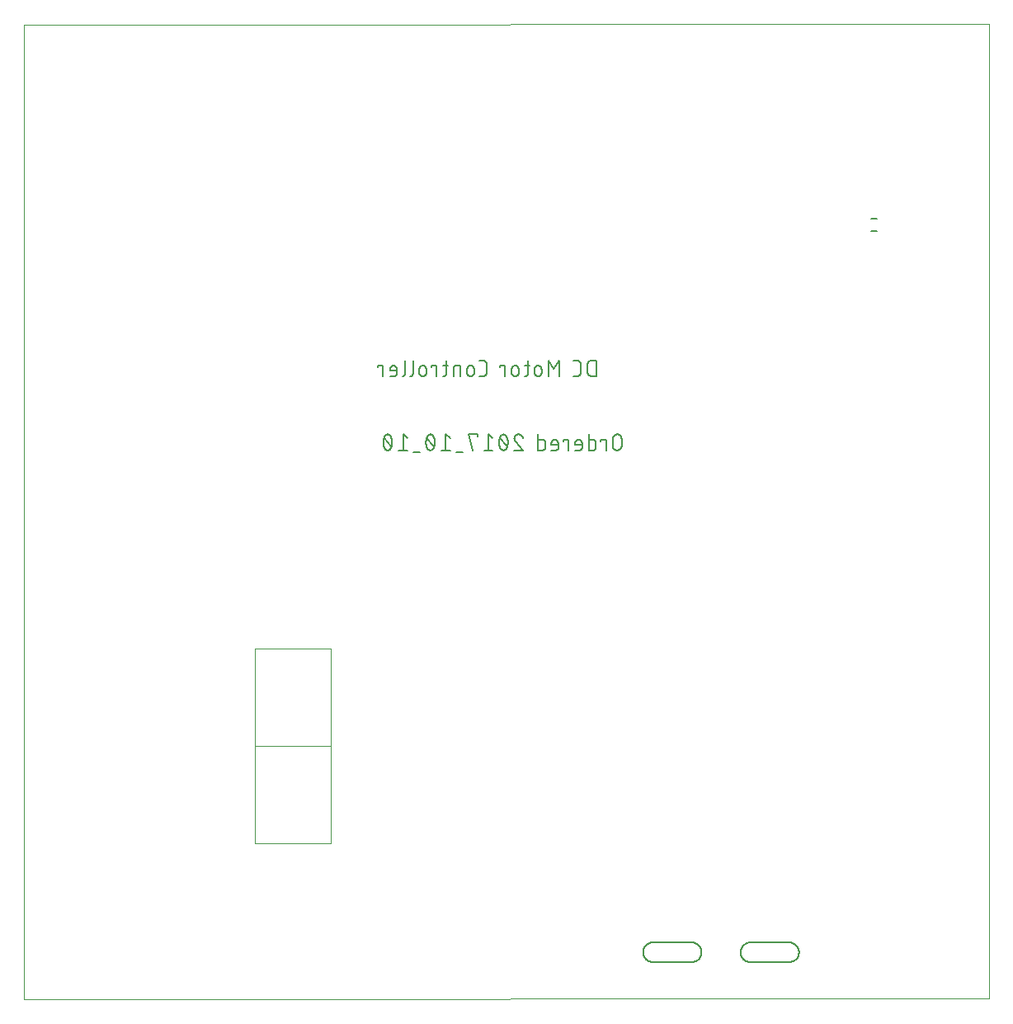
<source format=gbo>
G75*
%MOIN*%
%OFA0B0*%
%FSLAX25Y25*%
%IPPOS*%
%LPD*%
%AMOC8*
5,1,8,0,0,1.08239X$1,22.5*
%
%ADD10C,0.00000*%
%ADD11C,0.00600*%
%ADD12C,0.00039*%
%ADD13C,0.00500*%
D10*
X0009174Y0009174D02*
X0009174Y0402875D01*
X0398938Y0403269D01*
X0398938Y0009568D01*
X0009174Y0009174D01*
D11*
X0156108Y0231127D02*
X0156179Y0231129D01*
X0156250Y0231135D01*
X0156320Y0231144D01*
X0156390Y0231158D01*
X0156459Y0231175D01*
X0156526Y0231195D01*
X0156593Y0231220D01*
X0156658Y0231248D01*
X0156722Y0231279D01*
X0156784Y0231314D01*
X0156844Y0231352D01*
X0156902Y0231393D01*
X0156957Y0231437D01*
X0157010Y0231485D01*
X0157060Y0231535D01*
X0157108Y0231587D01*
X0157153Y0231642D01*
X0157194Y0231700D01*
X0157233Y0231760D01*
X0157268Y0231821D01*
X0157300Y0231885D01*
X0157328Y0231950D01*
X0157353Y0232016D01*
X0157530Y0232550D02*
X0154686Y0236105D01*
X0154863Y0236639D02*
X0154888Y0236705D01*
X0154916Y0236770D01*
X0154948Y0236834D01*
X0154983Y0236895D01*
X0155022Y0236955D01*
X0155063Y0237013D01*
X0155108Y0237068D01*
X0155156Y0237120D01*
X0155206Y0237170D01*
X0155259Y0237218D01*
X0155315Y0237262D01*
X0155372Y0237303D01*
X0155432Y0237341D01*
X0155494Y0237376D01*
X0155558Y0237407D01*
X0155623Y0237435D01*
X0155690Y0237460D01*
X0155757Y0237480D01*
X0155826Y0237497D01*
X0155896Y0237511D01*
X0155966Y0237520D01*
X0156037Y0237526D01*
X0156108Y0237528D01*
X0156179Y0237526D01*
X0156250Y0237520D01*
X0156320Y0237511D01*
X0156390Y0237497D01*
X0156459Y0237480D01*
X0156526Y0237460D01*
X0156593Y0237435D01*
X0156658Y0237407D01*
X0156722Y0237376D01*
X0156784Y0237341D01*
X0156844Y0237303D01*
X0156902Y0237262D01*
X0156957Y0237218D01*
X0157010Y0237170D01*
X0157060Y0237120D01*
X0157108Y0237068D01*
X0157153Y0237013D01*
X0157194Y0236955D01*
X0157233Y0236895D01*
X0157268Y0236834D01*
X0157300Y0236770D01*
X0157328Y0236705D01*
X0157353Y0236639D01*
X0154863Y0236639D02*
X0154803Y0236512D01*
X0154747Y0236383D01*
X0154694Y0236253D01*
X0154644Y0236121D01*
X0154598Y0235988D01*
X0154556Y0235854D01*
X0154517Y0235719D01*
X0154481Y0235582D01*
X0154450Y0235445D01*
X0154422Y0235307D01*
X0154397Y0235169D01*
X0154377Y0235030D01*
X0154360Y0234890D01*
X0154347Y0234750D01*
X0154338Y0234609D01*
X0154332Y0234469D01*
X0154330Y0234328D01*
X0157886Y0234328D02*
X0157884Y0234469D01*
X0157878Y0234609D01*
X0157869Y0234750D01*
X0157856Y0234890D01*
X0157839Y0235030D01*
X0157819Y0235169D01*
X0157794Y0235307D01*
X0157766Y0235445D01*
X0157735Y0235582D01*
X0157699Y0235719D01*
X0157660Y0235854D01*
X0157618Y0235988D01*
X0157572Y0236121D01*
X0157522Y0236253D01*
X0157469Y0236383D01*
X0157413Y0236512D01*
X0157353Y0236639D01*
X0154330Y0234328D02*
X0154332Y0234187D01*
X0154338Y0234047D01*
X0154347Y0233906D01*
X0154360Y0233766D01*
X0154377Y0233626D01*
X0154397Y0233487D01*
X0154422Y0233349D01*
X0154450Y0233211D01*
X0154481Y0233074D01*
X0154517Y0232937D01*
X0154556Y0232802D01*
X0154598Y0232668D01*
X0154644Y0232535D01*
X0154694Y0232403D01*
X0154747Y0232273D01*
X0154803Y0232144D01*
X0154863Y0232017D01*
X0154863Y0232016D02*
X0154888Y0231950D01*
X0154916Y0231885D01*
X0154948Y0231821D01*
X0154983Y0231760D01*
X0155022Y0231700D01*
X0155063Y0231642D01*
X0155108Y0231587D01*
X0155156Y0231535D01*
X0155206Y0231485D01*
X0155259Y0231437D01*
X0155315Y0231393D01*
X0155372Y0231352D01*
X0155432Y0231314D01*
X0155494Y0231279D01*
X0155558Y0231248D01*
X0155623Y0231220D01*
X0155690Y0231195D01*
X0155757Y0231175D01*
X0155826Y0231158D01*
X0155896Y0231144D01*
X0155966Y0231135D01*
X0156037Y0231129D01*
X0156108Y0231127D01*
X0160484Y0231128D02*
X0164040Y0231128D01*
X0162262Y0231128D02*
X0162262Y0237528D01*
X0164040Y0236105D01*
X0166378Y0230416D02*
X0169223Y0230416D01*
X0174584Y0232017D02*
X0174644Y0232144D01*
X0174700Y0232273D01*
X0174753Y0232403D01*
X0174803Y0232535D01*
X0174849Y0232668D01*
X0174891Y0232802D01*
X0174930Y0232937D01*
X0174966Y0233074D01*
X0174997Y0233211D01*
X0175025Y0233349D01*
X0175050Y0233487D01*
X0175070Y0233626D01*
X0175087Y0233766D01*
X0175100Y0233906D01*
X0175109Y0234047D01*
X0175115Y0234187D01*
X0175117Y0234328D01*
X0171562Y0234328D02*
X0171564Y0234469D01*
X0171570Y0234609D01*
X0171579Y0234750D01*
X0171592Y0234890D01*
X0171609Y0235030D01*
X0171629Y0235169D01*
X0171654Y0235307D01*
X0171682Y0235445D01*
X0171713Y0235582D01*
X0171749Y0235719D01*
X0171788Y0235854D01*
X0171830Y0235988D01*
X0171876Y0236121D01*
X0171926Y0236253D01*
X0171979Y0236383D01*
X0172035Y0236512D01*
X0172095Y0236639D01*
X0171917Y0236105D02*
X0174761Y0232550D01*
X0173339Y0231127D02*
X0173268Y0231129D01*
X0173197Y0231135D01*
X0173127Y0231144D01*
X0173057Y0231158D01*
X0172988Y0231175D01*
X0172921Y0231195D01*
X0172854Y0231220D01*
X0172789Y0231248D01*
X0172725Y0231279D01*
X0172663Y0231314D01*
X0172603Y0231352D01*
X0172546Y0231393D01*
X0172490Y0231437D01*
X0172437Y0231485D01*
X0172387Y0231535D01*
X0172339Y0231587D01*
X0172294Y0231642D01*
X0172253Y0231700D01*
X0172214Y0231760D01*
X0172179Y0231821D01*
X0172147Y0231885D01*
X0172119Y0231950D01*
X0172094Y0232016D01*
X0173339Y0231127D02*
X0173410Y0231129D01*
X0173481Y0231135D01*
X0173551Y0231144D01*
X0173621Y0231158D01*
X0173690Y0231175D01*
X0173757Y0231195D01*
X0173824Y0231220D01*
X0173889Y0231248D01*
X0173953Y0231279D01*
X0174015Y0231314D01*
X0174075Y0231352D01*
X0174133Y0231393D01*
X0174188Y0231437D01*
X0174241Y0231485D01*
X0174291Y0231535D01*
X0174339Y0231587D01*
X0174384Y0231642D01*
X0174425Y0231700D01*
X0174464Y0231760D01*
X0174499Y0231821D01*
X0174531Y0231885D01*
X0174559Y0231950D01*
X0174584Y0232016D01*
X0172095Y0232017D02*
X0172035Y0232144D01*
X0171979Y0232273D01*
X0171926Y0232403D01*
X0171876Y0232535D01*
X0171830Y0232668D01*
X0171788Y0232802D01*
X0171749Y0232937D01*
X0171713Y0233074D01*
X0171682Y0233211D01*
X0171654Y0233349D01*
X0171629Y0233487D01*
X0171609Y0233626D01*
X0171592Y0233766D01*
X0171579Y0233906D01*
X0171570Y0234047D01*
X0171564Y0234187D01*
X0171562Y0234328D01*
X0175117Y0234328D02*
X0175115Y0234469D01*
X0175109Y0234609D01*
X0175100Y0234750D01*
X0175087Y0234890D01*
X0175070Y0235030D01*
X0175050Y0235169D01*
X0175025Y0235307D01*
X0174997Y0235445D01*
X0174966Y0235582D01*
X0174930Y0235719D01*
X0174891Y0235854D01*
X0174849Y0235988D01*
X0174803Y0236121D01*
X0174753Y0236253D01*
X0174700Y0236383D01*
X0174644Y0236512D01*
X0174584Y0236639D01*
X0174559Y0236705D01*
X0174531Y0236770D01*
X0174499Y0236834D01*
X0174464Y0236895D01*
X0174425Y0236955D01*
X0174384Y0237013D01*
X0174339Y0237068D01*
X0174291Y0237120D01*
X0174241Y0237170D01*
X0174188Y0237218D01*
X0174133Y0237262D01*
X0174075Y0237303D01*
X0174015Y0237341D01*
X0173953Y0237376D01*
X0173889Y0237407D01*
X0173824Y0237435D01*
X0173757Y0237460D01*
X0173690Y0237480D01*
X0173621Y0237497D01*
X0173551Y0237511D01*
X0173481Y0237520D01*
X0173410Y0237526D01*
X0173339Y0237528D01*
X0173268Y0237526D01*
X0173197Y0237520D01*
X0173127Y0237511D01*
X0173057Y0237497D01*
X0172988Y0237480D01*
X0172921Y0237460D01*
X0172854Y0237435D01*
X0172789Y0237407D01*
X0172725Y0237376D01*
X0172663Y0237341D01*
X0172603Y0237303D01*
X0172546Y0237262D01*
X0172490Y0237218D01*
X0172437Y0237170D01*
X0172387Y0237120D01*
X0172339Y0237068D01*
X0172294Y0237013D01*
X0172253Y0236955D01*
X0172214Y0236895D01*
X0172179Y0236834D01*
X0172147Y0236770D01*
X0172119Y0236705D01*
X0172094Y0236639D01*
X0179493Y0237528D02*
X0179493Y0231128D01*
X0181271Y0231128D02*
X0177715Y0231128D01*
X0183610Y0230416D02*
X0186454Y0230416D01*
X0190570Y0231128D02*
X0188793Y0237528D01*
X0192348Y0237528D01*
X0192348Y0236816D01*
X0196724Y0237528D02*
X0196724Y0231128D01*
X0194947Y0231128D02*
X0198502Y0231128D01*
X0204123Y0232017D02*
X0204183Y0232144D01*
X0204239Y0232273D01*
X0204292Y0232403D01*
X0204342Y0232535D01*
X0204388Y0232668D01*
X0204430Y0232802D01*
X0204469Y0232937D01*
X0204505Y0233074D01*
X0204536Y0233211D01*
X0204564Y0233349D01*
X0204589Y0233487D01*
X0204609Y0233626D01*
X0204626Y0233766D01*
X0204639Y0233906D01*
X0204648Y0234047D01*
X0204654Y0234187D01*
X0204656Y0234328D01*
X0201101Y0234328D02*
X0201103Y0234469D01*
X0201109Y0234609D01*
X0201118Y0234750D01*
X0201131Y0234890D01*
X0201148Y0235030D01*
X0201168Y0235169D01*
X0201193Y0235307D01*
X0201221Y0235445D01*
X0201252Y0235582D01*
X0201288Y0235719D01*
X0201327Y0235854D01*
X0201369Y0235988D01*
X0201415Y0236121D01*
X0201465Y0236253D01*
X0201518Y0236383D01*
X0201574Y0236512D01*
X0201634Y0236639D01*
X0201456Y0236105D02*
X0204301Y0232550D01*
X0202879Y0231127D02*
X0202808Y0231129D01*
X0202737Y0231135D01*
X0202667Y0231144D01*
X0202597Y0231158D01*
X0202528Y0231175D01*
X0202461Y0231195D01*
X0202394Y0231220D01*
X0202329Y0231248D01*
X0202265Y0231279D01*
X0202203Y0231314D01*
X0202143Y0231352D01*
X0202086Y0231393D01*
X0202030Y0231437D01*
X0201977Y0231485D01*
X0201927Y0231535D01*
X0201879Y0231587D01*
X0201834Y0231642D01*
X0201793Y0231700D01*
X0201754Y0231760D01*
X0201719Y0231821D01*
X0201687Y0231885D01*
X0201659Y0231950D01*
X0201634Y0232016D01*
X0202879Y0231127D02*
X0202950Y0231129D01*
X0203021Y0231135D01*
X0203091Y0231144D01*
X0203161Y0231158D01*
X0203230Y0231175D01*
X0203297Y0231195D01*
X0203364Y0231220D01*
X0203429Y0231248D01*
X0203493Y0231279D01*
X0203555Y0231314D01*
X0203615Y0231352D01*
X0203673Y0231393D01*
X0203728Y0231437D01*
X0203781Y0231485D01*
X0203831Y0231535D01*
X0203879Y0231587D01*
X0203924Y0231642D01*
X0203965Y0231700D01*
X0204004Y0231760D01*
X0204039Y0231821D01*
X0204071Y0231885D01*
X0204099Y0231950D01*
X0204124Y0232016D01*
X0201634Y0232017D02*
X0201574Y0232144D01*
X0201518Y0232273D01*
X0201465Y0232403D01*
X0201415Y0232535D01*
X0201369Y0232668D01*
X0201327Y0232802D01*
X0201288Y0232937D01*
X0201252Y0233074D01*
X0201221Y0233211D01*
X0201193Y0233349D01*
X0201168Y0233487D01*
X0201148Y0233626D01*
X0201131Y0233766D01*
X0201118Y0233906D01*
X0201109Y0234047D01*
X0201103Y0234187D01*
X0201101Y0234328D01*
X0204656Y0234328D02*
X0204654Y0234469D01*
X0204648Y0234609D01*
X0204639Y0234750D01*
X0204626Y0234890D01*
X0204609Y0235030D01*
X0204589Y0235169D01*
X0204564Y0235307D01*
X0204536Y0235445D01*
X0204505Y0235582D01*
X0204469Y0235719D01*
X0204430Y0235854D01*
X0204388Y0235988D01*
X0204342Y0236121D01*
X0204292Y0236253D01*
X0204239Y0236383D01*
X0204183Y0236512D01*
X0204123Y0236639D01*
X0202879Y0237528D02*
X0202808Y0237526D01*
X0202737Y0237520D01*
X0202667Y0237511D01*
X0202597Y0237497D01*
X0202528Y0237480D01*
X0202461Y0237460D01*
X0202394Y0237435D01*
X0202329Y0237407D01*
X0202265Y0237376D01*
X0202203Y0237341D01*
X0202143Y0237303D01*
X0202086Y0237262D01*
X0202030Y0237218D01*
X0201977Y0237170D01*
X0201927Y0237120D01*
X0201879Y0237068D01*
X0201834Y0237013D01*
X0201793Y0236955D01*
X0201754Y0236895D01*
X0201719Y0236834D01*
X0201687Y0236770D01*
X0201659Y0236705D01*
X0201634Y0236639D01*
X0202879Y0237528D02*
X0202950Y0237526D01*
X0203021Y0237520D01*
X0203091Y0237511D01*
X0203161Y0237497D01*
X0203230Y0237480D01*
X0203297Y0237460D01*
X0203364Y0237435D01*
X0203429Y0237407D01*
X0203493Y0237376D01*
X0203555Y0237341D01*
X0203615Y0237303D01*
X0203673Y0237262D01*
X0203728Y0237218D01*
X0203781Y0237170D01*
X0203831Y0237120D01*
X0203879Y0237068D01*
X0203924Y0237013D01*
X0203965Y0236955D01*
X0204004Y0236895D01*
X0204039Y0236834D01*
X0204071Y0236770D01*
X0204099Y0236705D01*
X0204124Y0236639D01*
X0207788Y0234683D02*
X0210810Y0231128D01*
X0207255Y0231128D01*
X0210811Y0236105D02*
X0210782Y0236190D01*
X0210749Y0236272D01*
X0210712Y0236354D01*
X0210672Y0236434D01*
X0210629Y0236511D01*
X0210582Y0236587D01*
X0210532Y0236661D01*
X0210479Y0236733D01*
X0210423Y0236802D01*
X0210364Y0236869D01*
X0210302Y0236933D01*
X0210237Y0236994D01*
X0210170Y0237053D01*
X0210100Y0237108D01*
X0210028Y0237161D01*
X0209954Y0237210D01*
X0209877Y0237256D01*
X0209799Y0237298D01*
X0209719Y0237338D01*
X0209637Y0237373D01*
X0209554Y0237406D01*
X0209470Y0237434D01*
X0209384Y0237459D01*
X0209297Y0237480D01*
X0209210Y0237497D01*
X0209122Y0237511D01*
X0209033Y0237520D01*
X0208944Y0237526D01*
X0208855Y0237528D01*
X0208776Y0237526D01*
X0208698Y0237520D01*
X0208620Y0237511D01*
X0208543Y0237497D01*
X0208466Y0237480D01*
X0208391Y0237459D01*
X0208316Y0237434D01*
X0208243Y0237406D01*
X0208171Y0237374D01*
X0208101Y0237339D01*
X0208032Y0237300D01*
X0207966Y0237258D01*
X0207902Y0237213D01*
X0207840Y0237165D01*
X0207781Y0237114D01*
X0207724Y0237059D01*
X0207669Y0237002D01*
X0207618Y0236943D01*
X0207570Y0236881D01*
X0207525Y0236817D01*
X0207483Y0236751D01*
X0207444Y0236682D01*
X0207409Y0236612D01*
X0207377Y0236540D01*
X0207349Y0236467D01*
X0207324Y0236392D01*
X0207303Y0236317D01*
X0207286Y0236240D01*
X0207272Y0236163D01*
X0207263Y0236085D01*
X0207257Y0236007D01*
X0207255Y0235928D01*
X0207254Y0235928D02*
X0207256Y0235846D01*
X0207262Y0235764D01*
X0207272Y0235683D01*
X0207285Y0235602D01*
X0207303Y0235522D01*
X0207324Y0235443D01*
X0207349Y0235365D01*
X0207377Y0235289D01*
X0207410Y0235213D01*
X0207445Y0235140D01*
X0207485Y0235068D01*
X0207527Y0234998D01*
X0207573Y0234930D01*
X0207622Y0234865D01*
X0207674Y0234802D01*
X0207730Y0234741D01*
X0207787Y0234683D01*
X0216870Y0235394D02*
X0218648Y0235394D01*
X0218648Y0235395D02*
X0218712Y0235393D01*
X0218777Y0235387D01*
X0218840Y0235378D01*
X0218903Y0235364D01*
X0218965Y0235347D01*
X0219026Y0235326D01*
X0219086Y0235301D01*
X0219144Y0235273D01*
X0219200Y0235241D01*
X0219254Y0235206D01*
X0219306Y0235168D01*
X0219356Y0235127D01*
X0219402Y0235082D01*
X0219447Y0235036D01*
X0219488Y0234986D01*
X0219526Y0234934D01*
X0219561Y0234880D01*
X0219593Y0234824D01*
X0219621Y0234766D01*
X0219646Y0234706D01*
X0219667Y0234645D01*
X0219684Y0234583D01*
X0219698Y0234520D01*
X0219707Y0234457D01*
X0219713Y0234392D01*
X0219715Y0234328D01*
X0219715Y0232194D01*
X0219713Y0232130D01*
X0219707Y0232065D01*
X0219698Y0232002D01*
X0219684Y0231939D01*
X0219667Y0231877D01*
X0219646Y0231816D01*
X0219621Y0231756D01*
X0219593Y0231698D01*
X0219561Y0231642D01*
X0219526Y0231588D01*
X0219488Y0231536D01*
X0219447Y0231486D01*
X0219402Y0231440D01*
X0219356Y0231395D01*
X0219306Y0231354D01*
X0219254Y0231316D01*
X0219200Y0231281D01*
X0219144Y0231249D01*
X0219086Y0231221D01*
X0219026Y0231196D01*
X0218965Y0231175D01*
X0218903Y0231158D01*
X0218840Y0231144D01*
X0218777Y0231135D01*
X0218712Y0231129D01*
X0218648Y0231127D01*
X0218648Y0231128D02*
X0216870Y0231128D01*
X0216870Y0237528D01*
X0222175Y0233972D02*
X0222175Y0233261D01*
X0225019Y0233261D01*
X0225019Y0233972D02*
X0225019Y0232194D01*
X0225020Y0232194D02*
X0225018Y0232130D01*
X0225012Y0232065D01*
X0225003Y0232002D01*
X0224989Y0231939D01*
X0224972Y0231877D01*
X0224951Y0231816D01*
X0224926Y0231756D01*
X0224898Y0231698D01*
X0224866Y0231642D01*
X0224831Y0231588D01*
X0224793Y0231536D01*
X0224752Y0231486D01*
X0224707Y0231440D01*
X0224661Y0231395D01*
X0224611Y0231354D01*
X0224559Y0231316D01*
X0224505Y0231281D01*
X0224449Y0231249D01*
X0224391Y0231221D01*
X0224331Y0231196D01*
X0224270Y0231175D01*
X0224208Y0231158D01*
X0224145Y0231144D01*
X0224082Y0231135D01*
X0224017Y0231129D01*
X0223953Y0231127D01*
X0223953Y0231128D02*
X0222175Y0231128D01*
X0222175Y0233972D02*
X0222177Y0234046D01*
X0222183Y0234121D01*
X0222193Y0234194D01*
X0222206Y0234268D01*
X0222223Y0234340D01*
X0222245Y0234411D01*
X0222269Y0234482D01*
X0222298Y0234550D01*
X0222330Y0234618D01*
X0222366Y0234683D01*
X0222404Y0234746D01*
X0222447Y0234808D01*
X0222492Y0234867D01*
X0222540Y0234924D01*
X0222591Y0234978D01*
X0222645Y0235029D01*
X0222702Y0235077D01*
X0222761Y0235122D01*
X0222823Y0235165D01*
X0222886Y0235203D01*
X0222951Y0235239D01*
X0223019Y0235271D01*
X0223087Y0235300D01*
X0223158Y0235324D01*
X0223229Y0235346D01*
X0223301Y0235363D01*
X0223375Y0235376D01*
X0223448Y0235386D01*
X0223523Y0235392D01*
X0223597Y0235394D01*
X0223671Y0235392D01*
X0223746Y0235386D01*
X0223819Y0235376D01*
X0223893Y0235363D01*
X0223965Y0235346D01*
X0224036Y0235324D01*
X0224107Y0235300D01*
X0224175Y0235271D01*
X0224243Y0235239D01*
X0224308Y0235203D01*
X0224371Y0235165D01*
X0224433Y0235122D01*
X0224492Y0235077D01*
X0224549Y0235029D01*
X0224603Y0234978D01*
X0224654Y0234924D01*
X0224702Y0234867D01*
X0224747Y0234808D01*
X0224790Y0234746D01*
X0224828Y0234683D01*
X0224864Y0234618D01*
X0224896Y0234550D01*
X0224925Y0234482D01*
X0224949Y0234411D01*
X0224971Y0234340D01*
X0224988Y0234268D01*
X0225001Y0234194D01*
X0225011Y0234121D01*
X0225017Y0234046D01*
X0225019Y0233972D01*
X0226955Y0234683D02*
X0226955Y0235394D01*
X0229089Y0235394D01*
X0229089Y0231128D01*
X0231816Y0231128D02*
X0233594Y0231128D01*
X0233594Y0231127D02*
X0233658Y0231129D01*
X0233723Y0231135D01*
X0233786Y0231144D01*
X0233849Y0231158D01*
X0233911Y0231175D01*
X0233972Y0231196D01*
X0234032Y0231221D01*
X0234090Y0231249D01*
X0234146Y0231281D01*
X0234200Y0231316D01*
X0234252Y0231354D01*
X0234302Y0231395D01*
X0234348Y0231440D01*
X0234393Y0231486D01*
X0234434Y0231536D01*
X0234472Y0231588D01*
X0234507Y0231642D01*
X0234539Y0231698D01*
X0234567Y0231756D01*
X0234592Y0231816D01*
X0234613Y0231877D01*
X0234630Y0231939D01*
X0234644Y0232002D01*
X0234653Y0232065D01*
X0234659Y0232130D01*
X0234661Y0232194D01*
X0234661Y0233972D01*
X0234661Y0233261D02*
X0231816Y0233261D01*
X0231816Y0233972D01*
X0231818Y0234046D01*
X0231824Y0234121D01*
X0231834Y0234194D01*
X0231847Y0234268D01*
X0231864Y0234340D01*
X0231886Y0234411D01*
X0231910Y0234482D01*
X0231939Y0234550D01*
X0231971Y0234618D01*
X0232007Y0234683D01*
X0232045Y0234746D01*
X0232088Y0234808D01*
X0232133Y0234867D01*
X0232181Y0234924D01*
X0232232Y0234978D01*
X0232286Y0235029D01*
X0232343Y0235077D01*
X0232402Y0235122D01*
X0232464Y0235165D01*
X0232527Y0235203D01*
X0232592Y0235239D01*
X0232660Y0235271D01*
X0232728Y0235300D01*
X0232799Y0235324D01*
X0232870Y0235346D01*
X0232942Y0235363D01*
X0233016Y0235376D01*
X0233089Y0235386D01*
X0233164Y0235392D01*
X0233238Y0235394D01*
X0233312Y0235392D01*
X0233387Y0235386D01*
X0233460Y0235376D01*
X0233534Y0235363D01*
X0233606Y0235346D01*
X0233677Y0235324D01*
X0233748Y0235300D01*
X0233816Y0235271D01*
X0233884Y0235239D01*
X0233949Y0235203D01*
X0234012Y0235165D01*
X0234074Y0235122D01*
X0234133Y0235077D01*
X0234190Y0235029D01*
X0234244Y0234978D01*
X0234295Y0234924D01*
X0234343Y0234867D01*
X0234388Y0234808D01*
X0234431Y0234746D01*
X0234469Y0234683D01*
X0234505Y0234618D01*
X0234537Y0234550D01*
X0234566Y0234482D01*
X0234590Y0234411D01*
X0234612Y0234340D01*
X0234629Y0234268D01*
X0234642Y0234194D01*
X0234652Y0234121D01*
X0234658Y0234046D01*
X0234660Y0233972D01*
X0237384Y0235394D02*
X0239161Y0235394D01*
X0239161Y0235395D02*
X0239225Y0235393D01*
X0239290Y0235387D01*
X0239353Y0235378D01*
X0239416Y0235364D01*
X0239478Y0235347D01*
X0239539Y0235326D01*
X0239599Y0235301D01*
X0239657Y0235273D01*
X0239713Y0235241D01*
X0239767Y0235206D01*
X0239819Y0235168D01*
X0239869Y0235127D01*
X0239915Y0235082D01*
X0239960Y0235036D01*
X0240001Y0234986D01*
X0240039Y0234934D01*
X0240074Y0234880D01*
X0240106Y0234824D01*
X0240134Y0234766D01*
X0240159Y0234706D01*
X0240180Y0234645D01*
X0240197Y0234583D01*
X0240211Y0234520D01*
X0240220Y0234457D01*
X0240226Y0234392D01*
X0240228Y0234328D01*
X0240228Y0232194D01*
X0240226Y0232130D01*
X0240220Y0232065D01*
X0240211Y0232002D01*
X0240197Y0231939D01*
X0240180Y0231877D01*
X0240159Y0231816D01*
X0240134Y0231756D01*
X0240106Y0231698D01*
X0240074Y0231642D01*
X0240039Y0231588D01*
X0240001Y0231536D01*
X0239960Y0231486D01*
X0239915Y0231440D01*
X0239869Y0231395D01*
X0239819Y0231354D01*
X0239767Y0231316D01*
X0239713Y0231281D01*
X0239657Y0231249D01*
X0239599Y0231221D01*
X0239539Y0231196D01*
X0239478Y0231175D01*
X0239416Y0231158D01*
X0239353Y0231144D01*
X0239290Y0231135D01*
X0239225Y0231129D01*
X0239161Y0231127D01*
X0239161Y0231128D02*
X0237384Y0231128D01*
X0237384Y0237528D01*
X0242135Y0235394D02*
X0242135Y0234683D01*
X0242135Y0235394D02*
X0244268Y0235394D01*
X0244268Y0231128D01*
X0247051Y0232905D02*
X0247051Y0235750D01*
X0247053Y0235833D01*
X0247059Y0235916D01*
X0247069Y0235999D01*
X0247082Y0236082D01*
X0247100Y0236163D01*
X0247121Y0236244D01*
X0247146Y0236323D01*
X0247175Y0236401D01*
X0247207Y0236478D01*
X0247243Y0236553D01*
X0247282Y0236627D01*
X0247325Y0236698D01*
X0247371Y0236768D01*
X0247421Y0236835D01*
X0247473Y0236900D01*
X0247528Y0236962D01*
X0247587Y0237022D01*
X0247648Y0237079D01*
X0247711Y0237133D01*
X0247777Y0237184D01*
X0247846Y0237231D01*
X0247916Y0237276D01*
X0247989Y0237317D01*
X0248063Y0237354D01*
X0248139Y0237389D01*
X0248217Y0237419D01*
X0248295Y0237446D01*
X0248376Y0237469D01*
X0248457Y0237489D01*
X0248539Y0237504D01*
X0248621Y0237516D01*
X0248704Y0237524D01*
X0248787Y0237528D01*
X0248871Y0237528D01*
X0248954Y0237524D01*
X0249037Y0237516D01*
X0249119Y0237504D01*
X0249201Y0237489D01*
X0249282Y0237469D01*
X0249363Y0237446D01*
X0249441Y0237419D01*
X0249519Y0237389D01*
X0249595Y0237354D01*
X0249669Y0237317D01*
X0249742Y0237276D01*
X0249812Y0237231D01*
X0249881Y0237184D01*
X0249947Y0237133D01*
X0250010Y0237079D01*
X0250071Y0237022D01*
X0250130Y0236962D01*
X0250185Y0236900D01*
X0250237Y0236835D01*
X0250287Y0236768D01*
X0250333Y0236698D01*
X0250376Y0236627D01*
X0250415Y0236553D01*
X0250451Y0236478D01*
X0250483Y0236401D01*
X0250512Y0236323D01*
X0250537Y0236244D01*
X0250558Y0236163D01*
X0250576Y0236082D01*
X0250589Y0235999D01*
X0250599Y0235916D01*
X0250605Y0235833D01*
X0250607Y0235750D01*
X0250606Y0235750D02*
X0250606Y0232905D01*
X0250607Y0232905D02*
X0250605Y0232822D01*
X0250599Y0232739D01*
X0250589Y0232656D01*
X0250576Y0232573D01*
X0250558Y0232492D01*
X0250537Y0232411D01*
X0250512Y0232332D01*
X0250483Y0232254D01*
X0250451Y0232177D01*
X0250415Y0232102D01*
X0250376Y0232028D01*
X0250333Y0231957D01*
X0250287Y0231887D01*
X0250237Y0231820D01*
X0250185Y0231755D01*
X0250130Y0231693D01*
X0250071Y0231633D01*
X0250010Y0231576D01*
X0249947Y0231522D01*
X0249881Y0231471D01*
X0249812Y0231424D01*
X0249742Y0231379D01*
X0249669Y0231338D01*
X0249595Y0231301D01*
X0249519Y0231266D01*
X0249441Y0231236D01*
X0249363Y0231209D01*
X0249282Y0231186D01*
X0249201Y0231166D01*
X0249119Y0231151D01*
X0249037Y0231139D01*
X0248954Y0231131D01*
X0248871Y0231127D01*
X0248787Y0231127D01*
X0248704Y0231131D01*
X0248621Y0231139D01*
X0248539Y0231151D01*
X0248457Y0231166D01*
X0248376Y0231186D01*
X0248295Y0231209D01*
X0248217Y0231236D01*
X0248139Y0231266D01*
X0248063Y0231301D01*
X0247989Y0231338D01*
X0247916Y0231379D01*
X0247846Y0231424D01*
X0247777Y0231471D01*
X0247711Y0231522D01*
X0247648Y0231576D01*
X0247587Y0231633D01*
X0247528Y0231693D01*
X0247473Y0231755D01*
X0247421Y0231820D01*
X0247371Y0231887D01*
X0247325Y0231957D01*
X0247282Y0232028D01*
X0247243Y0232102D01*
X0247207Y0232177D01*
X0247175Y0232254D01*
X0247146Y0232332D01*
X0247121Y0232411D01*
X0247100Y0232492D01*
X0247082Y0232573D01*
X0247069Y0232656D01*
X0247059Y0232739D01*
X0247053Y0232822D01*
X0247051Y0232905D01*
X0240370Y0261049D02*
X0238592Y0261049D01*
X0238510Y0261051D01*
X0238428Y0261057D01*
X0238346Y0261066D01*
X0238265Y0261079D01*
X0238185Y0261096D01*
X0238105Y0261117D01*
X0238027Y0261141D01*
X0237950Y0261169D01*
X0237874Y0261200D01*
X0237799Y0261235D01*
X0237727Y0261274D01*
X0237656Y0261315D01*
X0237587Y0261360D01*
X0237521Y0261408D01*
X0237456Y0261459D01*
X0237394Y0261513D01*
X0237335Y0261570D01*
X0237278Y0261629D01*
X0237224Y0261691D01*
X0237173Y0261756D01*
X0237125Y0261822D01*
X0237080Y0261891D01*
X0237039Y0261962D01*
X0237000Y0262034D01*
X0236965Y0262109D01*
X0236934Y0262185D01*
X0236906Y0262262D01*
X0236882Y0262340D01*
X0236861Y0262420D01*
X0236844Y0262500D01*
X0236831Y0262581D01*
X0236822Y0262663D01*
X0236816Y0262745D01*
X0236814Y0262827D01*
X0236815Y0262827D02*
X0236815Y0265671D01*
X0236814Y0265671D02*
X0236816Y0265753D01*
X0236822Y0265835D01*
X0236831Y0265917D01*
X0236844Y0265998D01*
X0236861Y0266078D01*
X0236882Y0266158D01*
X0236906Y0266236D01*
X0236934Y0266313D01*
X0236965Y0266389D01*
X0237000Y0266464D01*
X0237039Y0266536D01*
X0237080Y0266607D01*
X0237125Y0266676D01*
X0237173Y0266742D01*
X0237224Y0266807D01*
X0237278Y0266869D01*
X0237335Y0266928D01*
X0237394Y0266985D01*
X0237456Y0267039D01*
X0237521Y0267090D01*
X0237587Y0267138D01*
X0237656Y0267183D01*
X0237727Y0267224D01*
X0237799Y0267263D01*
X0237874Y0267298D01*
X0237950Y0267329D01*
X0238027Y0267357D01*
X0238105Y0267381D01*
X0238185Y0267402D01*
X0238265Y0267419D01*
X0238346Y0267432D01*
X0238428Y0267441D01*
X0238510Y0267447D01*
X0238592Y0267449D01*
X0240370Y0267449D01*
X0240370Y0261049D01*
X0234026Y0262471D02*
X0234026Y0266027D01*
X0234024Y0266101D01*
X0234018Y0266176D01*
X0234008Y0266249D01*
X0233995Y0266323D01*
X0233978Y0266395D01*
X0233956Y0266466D01*
X0233932Y0266537D01*
X0233903Y0266605D01*
X0233871Y0266673D01*
X0233835Y0266738D01*
X0233797Y0266801D01*
X0233754Y0266863D01*
X0233709Y0266922D01*
X0233661Y0266979D01*
X0233610Y0267033D01*
X0233556Y0267084D01*
X0233499Y0267132D01*
X0233440Y0267177D01*
X0233378Y0267220D01*
X0233315Y0267258D01*
X0233250Y0267294D01*
X0233182Y0267326D01*
X0233114Y0267355D01*
X0233043Y0267379D01*
X0232972Y0267401D01*
X0232900Y0267418D01*
X0232826Y0267431D01*
X0232753Y0267441D01*
X0232678Y0267447D01*
X0232604Y0267449D01*
X0231182Y0267449D01*
X0234026Y0262471D02*
X0234024Y0262397D01*
X0234018Y0262322D01*
X0234008Y0262249D01*
X0233995Y0262175D01*
X0233978Y0262103D01*
X0233956Y0262032D01*
X0233932Y0261961D01*
X0233903Y0261893D01*
X0233871Y0261825D01*
X0233835Y0261760D01*
X0233797Y0261697D01*
X0233754Y0261635D01*
X0233709Y0261576D01*
X0233661Y0261519D01*
X0233610Y0261465D01*
X0233556Y0261414D01*
X0233499Y0261366D01*
X0233440Y0261321D01*
X0233378Y0261278D01*
X0233315Y0261240D01*
X0233250Y0261204D01*
X0233182Y0261172D01*
X0233114Y0261143D01*
X0233043Y0261119D01*
X0232972Y0261097D01*
X0232900Y0261080D01*
X0232826Y0261067D01*
X0232753Y0261057D01*
X0232678Y0261051D01*
X0232604Y0261049D01*
X0231182Y0261049D01*
X0225341Y0261049D02*
X0225341Y0267449D01*
X0223207Y0263893D01*
X0221074Y0267449D01*
X0221074Y0261049D01*
X0218270Y0262471D02*
X0218270Y0263893D01*
X0218268Y0263967D01*
X0218262Y0264042D01*
X0218252Y0264115D01*
X0218239Y0264189D01*
X0218222Y0264261D01*
X0218200Y0264332D01*
X0218176Y0264403D01*
X0218147Y0264471D01*
X0218115Y0264539D01*
X0218079Y0264604D01*
X0218041Y0264667D01*
X0217998Y0264729D01*
X0217953Y0264788D01*
X0217905Y0264845D01*
X0217854Y0264899D01*
X0217800Y0264950D01*
X0217743Y0264998D01*
X0217684Y0265043D01*
X0217622Y0265086D01*
X0217559Y0265124D01*
X0217494Y0265160D01*
X0217426Y0265192D01*
X0217358Y0265221D01*
X0217287Y0265245D01*
X0217216Y0265267D01*
X0217144Y0265284D01*
X0217070Y0265297D01*
X0216997Y0265307D01*
X0216922Y0265313D01*
X0216848Y0265315D01*
X0216774Y0265313D01*
X0216699Y0265307D01*
X0216626Y0265297D01*
X0216552Y0265284D01*
X0216480Y0265267D01*
X0216409Y0265245D01*
X0216338Y0265221D01*
X0216270Y0265192D01*
X0216202Y0265160D01*
X0216137Y0265124D01*
X0216074Y0265086D01*
X0216012Y0265043D01*
X0215953Y0264998D01*
X0215896Y0264950D01*
X0215842Y0264899D01*
X0215791Y0264845D01*
X0215743Y0264788D01*
X0215698Y0264729D01*
X0215655Y0264667D01*
X0215617Y0264604D01*
X0215581Y0264539D01*
X0215549Y0264471D01*
X0215520Y0264403D01*
X0215496Y0264332D01*
X0215474Y0264261D01*
X0215457Y0264189D01*
X0215444Y0264115D01*
X0215434Y0264042D01*
X0215428Y0263967D01*
X0215426Y0263893D01*
X0215426Y0262471D01*
X0215428Y0262397D01*
X0215434Y0262322D01*
X0215444Y0262249D01*
X0215457Y0262175D01*
X0215474Y0262103D01*
X0215496Y0262032D01*
X0215520Y0261961D01*
X0215549Y0261893D01*
X0215581Y0261825D01*
X0215617Y0261760D01*
X0215655Y0261697D01*
X0215698Y0261635D01*
X0215743Y0261576D01*
X0215791Y0261519D01*
X0215842Y0261465D01*
X0215896Y0261414D01*
X0215953Y0261366D01*
X0216012Y0261321D01*
X0216074Y0261278D01*
X0216137Y0261240D01*
X0216202Y0261204D01*
X0216270Y0261172D01*
X0216338Y0261143D01*
X0216409Y0261119D01*
X0216480Y0261097D01*
X0216552Y0261080D01*
X0216626Y0261067D01*
X0216699Y0261057D01*
X0216774Y0261051D01*
X0216848Y0261049D01*
X0216922Y0261051D01*
X0216997Y0261057D01*
X0217070Y0261067D01*
X0217144Y0261080D01*
X0217216Y0261097D01*
X0217287Y0261119D01*
X0217358Y0261143D01*
X0217426Y0261172D01*
X0217494Y0261204D01*
X0217559Y0261240D01*
X0217622Y0261278D01*
X0217684Y0261321D01*
X0217743Y0261366D01*
X0217800Y0261414D01*
X0217854Y0261465D01*
X0217905Y0261519D01*
X0217953Y0261576D01*
X0217998Y0261635D01*
X0218041Y0261697D01*
X0218079Y0261760D01*
X0218115Y0261825D01*
X0218147Y0261893D01*
X0218176Y0261961D01*
X0218200Y0262032D01*
X0218222Y0262103D01*
X0218239Y0262175D01*
X0218252Y0262249D01*
X0218262Y0262322D01*
X0218268Y0262397D01*
X0218270Y0262471D01*
X0212736Y0262115D02*
X0212736Y0267449D01*
X0213448Y0265315D02*
X0211314Y0265315D01*
X0209039Y0263893D02*
X0209039Y0262471D01*
X0209037Y0262397D01*
X0209031Y0262322D01*
X0209021Y0262249D01*
X0209008Y0262175D01*
X0208991Y0262103D01*
X0208969Y0262032D01*
X0208945Y0261961D01*
X0208916Y0261893D01*
X0208884Y0261825D01*
X0208848Y0261760D01*
X0208810Y0261697D01*
X0208767Y0261635D01*
X0208722Y0261576D01*
X0208674Y0261519D01*
X0208623Y0261465D01*
X0208569Y0261414D01*
X0208512Y0261366D01*
X0208453Y0261321D01*
X0208391Y0261278D01*
X0208328Y0261240D01*
X0208263Y0261204D01*
X0208195Y0261172D01*
X0208127Y0261143D01*
X0208056Y0261119D01*
X0207985Y0261097D01*
X0207913Y0261080D01*
X0207839Y0261067D01*
X0207766Y0261057D01*
X0207691Y0261051D01*
X0207617Y0261049D01*
X0207543Y0261051D01*
X0207468Y0261057D01*
X0207395Y0261067D01*
X0207321Y0261080D01*
X0207249Y0261097D01*
X0207178Y0261119D01*
X0207107Y0261143D01*
X0207039Y0261172D01*
X0206971Y0261204D01*
X0206906Y0261240D01*
X0206843Y0261278D01*
X0206781Y0261321D01*
X0206722Y0261366D01*
X0206665Y0261414D01*
X0206611Y0261465D01*
X0206560Y0261519D01*
X0206512Y0261576D01*
X0206467Y0261635D01*
X0206424Y0261697D01*
X0206386Y0261760D01*
X0206350Y0261825D01*
X0206318Y0261893D01*
X0206289Y0261961D01*
X0206265Y0262032D01*
X0206243Y0262103D01*
X0206226Y0262175D01*
X0206213Y0262249D01*
X0206203Y0262322D01*
X0206197Y0262397D01*
X0206195Y0262471D01*
X0206195Y0263893D01*
X0206197Y0263967D01*
X0206203Y0264042D01*
X0206213Y0264115D01*
X0206226Y0264189D01*
X0206243Y0264261D01*
X0206265Y0264332D01*
X0206289Y0264403D01*
X0206318Y0264471D01*
X0206350Y0264539D01*
X0206386Y0264604D01*
X0206424Y0264667D01*
X0206467Y0264729D01*
X0206512Y0264788D01*
X0206560Y0264845D01*
X0206611Y0264899D01*
X0206665Y0264950D01*
X0206722Y0264998D01*
X0206781Y0265043D01*
X0206843Y0265086D01*
X0206906Y0265124D01*
X0206971Y0265160D01*
X0207039Y0265192D01*
X0207107Y0265221D01*
X0207178Y0265245D01*
X0207249Y0265267D01*
X0207321Y0265284D01*
X0207395Y0265297D01*
X0207468Y0265307D01*
X0207543Y0265313D01*
X0207617Y0265315D01*
X0207691Y0265313D01*
X0207766Y0265307D01*
X0207839Y0265297D01*
X0207913Y0265284D01*
X0207985Y0265267D01*
X0208056Y0265245D01*
X0208127Y0265221D01*
X0208195Y0265192D01*
X0208263Y0265160D01*
X0208328Y0265124D01*
X0208391Y0265086D01*
X0208453Y0265043D01*
X0208512Y0264998D01*
X0208569Y0264950D01*
X0208623Y0264899D01*
X0208674Y0264845D01*
X0208722Y0264788D01*
X0208767Y0264729D01*
X0208810Y0264667D01*
X0208848Y0264604D01*
X0208884Y0264539D01*
X0208916Y0264471D01*
X0208945Y0264403D01*
X0208969Y0264332D01*
X0208991Y0264261D01*
X0209008Y0264189D01*
X0209021Y0264115D01*
X0209031Y0264042D01*
X0209037Y0263967D01*
X0209039Y0263893D01*
X0211670Y0261048D02*
X0211734Y0261050D01*
X0211799Y0261056D01*
X0211862Y0261065D01*
X0211925Y0261079D01*
X0211987Y0261096D01*
X0212048Y0261117D01*
X0212108Y0261142D01*
X0212166Y0261170D01*
X0212222Y0261202D01*
X0212276Y0261237D01*
X0212328Y0261275D01*
X0212378Y0261316D01*
X0212424Y0261361D01*
X0212469Y0261407D01*
X0212510Y0261457D01*
X0212548Y0261509D01*
X0212583Y0261563D01*
X0212615Y0261619D01*
X0212643Y0261677D01*
X0212668Y0261737D01*
X0212689Y0261798D01*
X0212706Y0261860D01*
X0212720Y0261923D01*
X0212729Y0261986D01*
X0212735Y0262051D01*
X0212737Y0262115D01*
X0211670Y0261049D02*
X0211314Y0261049D01*
X0203467Y0261049D02*
X0203467Y0265315D01*
X0201334Y0265315D01*
X0201334Y0264604D01*
X0196077Y0266027D02*
X0196077Y0262471D01*
X0196076Y0262471D02*
X0196074Y0262397D01*
X0196068Y0262322D01*
X0196058Y0262249D01*
X0196045Y0262175D01*
X0196028Y0262103D01*
X0196006Y0262032D01*
X0195982Y0261961D01*
X0195953Y0261893D01*
X0195921Y0261825D01*
X0195885Y0261760D01*
X0195847Y0261697D01*
X0195804Y0261635D01*
X0195759Y0261576D01*
X0195711Y0261519D01*
X0195660Y0261465D01*
X0195606Y0261414D01*
X0195549Y0261366D01*
X0195490Y0261321D01*
X0195428Y0261278D01*
X0195365Y0261240D01*
X0195300Y0261204D01*
X0195232Y0261172D01*
X0195164Y0261143D01*
X0195093Y0261119D01*
X0195022Y0261097D01*
X0194950Y0261080D01*
X0194876Y0261067D01*
X0194803Y0261057D01*
X0194728Y0261051D01*
X0194654Y0261049D01*
X0193232Y0261049D01*
X0190987Y0262471D02*
X0190987Y0263893D01*
X0190985Y0263967D01*
X0190979Y0264042D01*
X0190969Y0264115D01*
X0190956Y0264189D01*
X0190939Y0264261D01*
X0190917Y0264332D01*
X0190893Y0264403D01*
X0190864Y0264471D01*
X0190832Y0264539D01*
X0190796Y0264604D01*
X0190758Y0264667D01*
X0190715Y0264729D01*
X0190670Y0264788D01*
X0190622Y0264845D01*
X0190571Y0264899D01*
X0190517Y0264950D01*
X0190460Y0264998D01*
X0190401Y0265043D01*
X0190339Y0265086D01*
X0190276Y0265124D01*
X0190211Y0265160D01*
X0190143Y0265192D01*
X0190075Y0265221D01*
X0190004Y0265245D01*
X0189933Y0265267D01*
X0189861Y0265284D01*
X0189787Y0265297D01*
X0189714Y0265307D01*
X0189639Y0265313D01*
X0189565Y0265315D01*
X0189491Y0265313D01*
X0189416Y0265307D01*
X0189343Y0265297D01*
X0189269Y0265284D01*
X0189197Y0265267D01*
X0189126Y0265245D01*
X0189055Y0265221D01*
X0188987Y0265192D01*
X0188919Y0265160D01*
X0188854Y0265124D01*
X0188791Y0265086D01*
X0188729Y0265043D01*
X0188670Y0264998D01*
X0188613Y0264950D01*
X0188559Y0264899D01*
X0188508Y0264845D01*
X0188460Y0264788D01*
X0188415Y0264729D01*
X0188372Y0264667D01*
X0188334Y0264604D01*
X0188298Y0264539D01*
X0188266Y0264471D01*
X0188237Y0264403D01*
X0188213Y0264332D01*
X0188191Y0264261D01*
X0188174Y0264189D01*
X0188161Y0264115D01*
X0188151Y0264042D01*
X0188145Y0263967D01*
X0188143Y0263893D01*
X0188143Y0262471D01*
X0188145Y0262397D01*
X0188151Y0262322D01*
X0188161Y0262249D01*
X0188174Y0262175D01*
X0188191Y0262103D01*
X0188213Y0262032D01*
X0188237Y0261961D01*
X0188266Y0261893D01*
X0188298Y0261825D01*
X0188334Y0261760D01*
X0188372Y0261697D01*
X0188415Y0261635D01*
X0188460Y0261576D01*
X0188508Y0261519D01*
X0188559Y0261465D01*
X0188613Y0261414D01*
X0188670Y0261366D01*
X0188729Y0261321D01*
X0188791Y0261278D01*
X0188854Y0261240D01*
X0188919Y0261204D01*
X0188987Y0261172D01*
X0189055Y0261143D01*
X0189126Y0261119D01*
X0189197Y0261097D01*
X0189269Y0261080D01*
X0189343Y0261067D01*
X0189416Y0261057D01*
X0189491Y0261051D01*
X0189565Y0261049D01*
X0189639Y0261051D01*
X0189714Y0261057D01*
X0189787Y0261067D01*
X0189861Y0261080D01*
X0189933Y0261097D01*
X0190004Y0261119D01*
X0190075Y0261143D01*
X0190143Y0261172D01*
X0190211Y0261204D01*
X0190276Y0261240D01*
X0190339Y0261278D01*
X0190401Y0261321D01*
X0190460Y0261366D01*
X0190517Y0261414D01*
X0190571Y0261465D01*
X0190622Y0261519D01*
X0190670Y0261576D01*
X0190715Y0261635D01*
X0190758Y0261697D01*
X0190796Y0261760D01*
X0190832Y0261825D01*
X0190864Y0261893D01*
X0190893Y0261961D01*
X0190917Y0262032D01*
X0190939Y0262103D01*
X0190956Y0262175D01*
X0190969Y0262249D01*
X0190979Y0262322D01*
X0190985Y0262397D01*
X0190987Y0262471D01*
X0194654Y0267449D02*
X0194728Y0267447D01*
X0194803Y0267441D01*
X0194876Y0267431D01*
X0194950Y0267418D01*
X0195022Y0267401D01*
X0195093Y0267379D01*
X0195164Y0267355D01*
X0195232Y0267326D01*
X0195300Y0267294D01*
X0195365Y0267258D01*
X0195428Y0267220D01*
X0195490Y0267177D01*
X0195549Y0267132D01*
X0195606Y0267084D01*
X0195660Y0267033D01*
X0195711Y0266979D01*
X0195759Y0266922D01*
X0195804Y0266863D01*
X0195847Y0266801D01*
X0195885Y0266738D01*
X0195921Y0266673D01*
X0195953Y0266605D01*
X0195982Y0266537D01*
X0196006Y0266466D01*
X0196028Y0266395D01*
X0196045Y0266323D01*
X0196058Y0266249D01*
X0196068Y0266176D01*
X0196074Y0266101D01*
X0196076Y0266027D01*
X0194654Y0267449D02*
X0193232Y0267449D01*
X0185449Y0265315D02*
X0183671Y0265315D01*
X0183671Y0265316D02*
X0183607Y0265314D01*
X0183542Y0265308D01*
X0183479Y0265299D01*
X0183416Y0265285D01*
X0183354Y0265268D01*
X0183293Y0265247D01*
X0183233Y0265222D01*
X0183175Y0265194D01*
X0183119Y0265162D01*
X0183065Y0265127D01*
X0183013Y0265089D01*
X0182963Y0265048D01*
X0182917Y0265003D01*
X0182872Y0264957D01*
X0182831Y0264907D01*
X0182793Y0264855D01*
X0182758Y0264801D01*
X0182726Y0264745D01*
X0182698Y0264687D01*
X0182673Y0264627D01*
X0182652Y0264566D01*
X0182635Y0264504D01*
X0182621Y0264441D01*
X0182612Y0264378D01*
X0182606Y0264313D01*
X0182604Y0264249D01*
X0182604Y0261049D01*
X0185449Y0261049D02*
X0185449Y0265315D01*
X0180421Y0265315D02*
X0178288Y0265315D01*
X0175774Y0265315D02*
X0175774Y0261049D01*
X0178288Y0261049D02*
X0178643Y0261049D01*
X0178643Y0261048D02*
X0178707Y0261050D01*
X0178772Y0261056D01*
X0178835Y0261065D01*
X0178898Y0261079D01*
X0178960Y0261096D01*
X0179021Y0261117D01*
X0179081Y0261142D01*
X0179139Y0261170D01*
X0179195Y0261202D01*
X0179249Y0261237D01*
X0179301Y0261275D01*
X0179351Y0261316D01*
X0179397Y0261361D01*
X0179442Y0261407D01*
X0179483Y0261457D01*
X0179521Y0261509D01*
X0179556Y0261563D01*
X0179588Y0261619D01*
X0179616Y0261677D01*
X0179641Y0261737D01*
X0179662Y0261798D01*
X0179679Y0261860D01*
X0179693Y0261923D01*
X0179702Y0261986D01*
X0179708Y0262051D01*
X0179710Y0262115D01*
X0179710Y0267449D01*
X0175774Y0265315D02*
X0173641Y0265315D01*
X0173641Y0264604D01*
X0171705Y0263893D02*
X0171705Y0262471D01*
X0171703Y0262397D01*
X0171697Y0262322D01*
X0171687Y0262249D01*
X0171674Y0262175D01*
X0171657Y0262103D01*
X0171635Y0262032D01*
X0171611Y0261961D01*
X0171582Y0261893D01*
X0171550Y0261825D01*
X0171514Y0261760D01*
X0171476Y0261697D01*
X0171433Y0261635D01*
X0171388Y0261576D01*
X0171340Y0261519D01*
X0171289Y0261465D01*
X0171235Y0261414D01*
X0171178Y0261366D01*
X0171119Y0261321D01*
X0171057Y0261278D01*
X0170994Y0261240D01*
X0170929Y0261204D01*
X0170861Y0261172D01*
X0170793Y0261143D01*
X0170722Y0261119D01*
X0170651Y0261097D01*
X0170579Y0261080D01*
X0170505Y0261067D01*
X0170432Y0261057D01*
X0170357Y0261051D01*
X0170283Y0261049D01*
X0170209Y0261051D01*
X0170134Y0261057D01*
X0170061Y0261067D01*
X0169987Y0261080D01*
X0169915Y0261097D01*
X0169844Y0261119D01*
X0169773Y0261143D01*
X0169705Y0261172D01*
X0169637Y0261204D01*
X0169572Y0261240D01*
X0169509Y0261278D01*
X0169447Y0261321D01*
X0169388Y0261366D01*
X0169331Y0261414D01*
X0169277Y0261465D01*
X0169226Y0261519D01*
X0169178Y0261576D01*
X0169133Y0261635D01*
X0169090Y0261697D01*
X0169052Y0261760D01*
X0169016Y0261825D01*
X0168984Y0261893D01*
X0168955Y0261961D01*
X0168931Y0262032D01*
X0168909Y0262103D01*
X0168892Y0262175D01*
X0168879Y0262249D01*
X0168869Y0262322D01*
X0168863Y0262397D01*
X0168861Y0262471D01*
X0168860Y0262471D02*
X0168860Y0263893D01*
X0168861Y0263893D02*
X0168863Y0263967D01*
X0168869Y0264042D01*
X0168879Y0264115D01*
X0168892Y0264189D01*
X0168909Y0264261D01*
X0168931Y0264332D01*
X0168955Y0264403D01*
X0168984Y0264471D01*
X0169016Y0264539D01*
X0169052Y0264604D01*
X0169090Y0264667D01*
X0169133Y0264729D01*
X0169178Y0264788D01*
X0169226Y0264845D01*
X0169277Y0264899D01*
X0169331Y0264950D01*
X0169388Y0264998D01*
X0169447Y0265043D01*
X0169509Y0265086D01*
X0169572Y0265124D01*
X0169637Y0265160D01*
X0169705Y0265192D01*
X0169773Y0265221D01*
X0169844Y0265245D01*
X0169915Y0265267D01*
X0169987Y0265284D01*
X0170061Y0265297D01*
X0170134Y0265307D01*
X0170209Y0265313D01*
X0170283Y0265315D01*
X0170357Y0265313D01*
X0170432Y0265307D01*
X0170505Y0265297D01*
X0170579Y0265284D01*
X0170651Y0265267D01*
X0170722Y0265245D01*
X0170793Y0265221D01*
X0170861Y0265192D01*
X0170929Y0265160D01*
X0170994Y0265124D01*
X0171057Y0265086D01*
X0171119Y0265043D01*
X0171178Y0264998D01*
X0171235Y0264950D01*
X0171289Y0264899D01*
X0171340Y0264845D01*
X0171388Y0264788D01*
X0171433Y0264729D01*
X0171476Y0264667D01*
X0171514Y0264604D01*
X0171550Y0264539D01*
X0171582Y0264471D01*
X0171611Y0264403D01*
X0171635Y0264332D01*
X0171657Y0264261D01*
X0171674Y0264189D01*
X0171687Y0264115D01*
X0171697Y0264042D01*
X0171703Y0263967D01*
X0171705Y0263893D01*
X0166278Y0262115D02*
X0166278Y0267449D01*
X0162996Y0267449D02*
X0162996Y0262115D01*
X0162994Y0262051D01*
X0162988Y0261986D01*
X0162979Y0261923D01*
X0162965Y0261860D01*
X0162948Y0261798D01*
X0162927Y0261737D01*
X0162902Y0261677D01*
X0162874Y0261619D01*
X0162842Y0261563D01*
X0162807Y0261509D01*
X0162769Y0261457D01*
X0162728Y0261407D01*
X0162683Y0261361D01*
X0162637Y0261316D01*
X0162587Y0261275D01*
X0162535Y0261237D01*
X0162481Y0261202D01*
X0162425Y0261170D01*
X0162367Y0261142D01*
X0162307Y0261117D01*
X0162246Y0261096D01*
X0162184Y0261079D01*
X0162121Y0261065D01*
X0162058Y0261056D01*
X0161993Y0261050D01*
X0161929Y0261048D01*
X0159807Y0262115D02*
X0159807Y0263893D01*
X0159807Y0263182D02*
X0156963Y0263182D01*
X0156963Y0263893D01*
X0156965Y0263967D01*
X0156971Y0264042D01*
X0156981Y0264115D01*
X0156994Y0264189D01*
X0157011Y0264261D01*
X0157033Y0264332D01*
X0157057Y0264403D01*
X0157086Y0264471D01*
X0157118Y0264539D01*
X0157154Y0264604D01*
X0157192Y0264667D01*
X0157235Y0264729D01*
X0157280Y0264788D01*
X0157328Y0264845D01*
X0157379Y0264899D01*
X0157433Y0264950D01*
X0157490Y0264998D01*
X0157549Y0265043D01*
X0157611Y0265086D01*
X0157674Y0265124D01*
X0157739Y0265160D01*
X0157807Y0265192D01*
X0157875Y0265221D01*
X0157946Y0265245D01*
X0158017Y0265267D01*
X0158089Y0265284D01*
X0158163Y0265297D01*
X0158236Y0265307D01*
X0158311Y0265313D01*
X0158385Y0265315D01*
X0158459Y0265313D01*
X0158534Y0265307D01*
X0158607Y0265297D01*
X0158681Y0265284D01*
X0158753Y0265267D01*
X0158824Y0265245D01*
X0158895Y0265221D01*
X0158963Y0265192D01*
X0159031Y0265160D01*
X0159096Y0265124D01*
X0159159Y0265086D01*
X0159221Y0265043D01*
X0159280Y0264998D01*
X0159337Y0264950D01*
X0159391Y0264899D01*
X0159442Y0264845D01*
X0159490Y0264788D01*
X0159535Y0264729D01*
X0159578Y0264667D01*
X0159616Y0264604D01*
X0159652Y0264539D01*
X0159684Y0264471D01*
X0159713Y0264403D01*
X0159737Y0264332D01*
X0159759Y0264261D01*
X0159776Y0264189D01*
X0159789Y0264115D01*
X0159799Y0264042D01*
X0159805Y0263967D01*
X0159807Y0263893D01*
X0159807Y0262115D02*
X0159805Y0262051D01*
X0159799Y0261986D01*
X0159790Y0261923D01*
X0159776Y0261860D01*
X0159759Y0261798D01*
X0159738Y0261737D01*
X0159713Y0261677D01*
X0159685Y0261619D01*
X0159653Y0261563D01*
X0159618Y0261509D01*
X0159580Y0261457D01*
X0159539Y0261407D01*
X0159494Y0261361D01*
X0159448Y0261316D01*
X0159398Y0261275D01*
X0159346Y0261237D01*
X0159292Y0261202D01*
X0159236Y0261170D01*
X0159178Y0261142D01*
X0159118Y0261117D01*
X0159057Y0261096D01*
X0158995Y0261079D01*
X0158932Y0261065D01*
X0158869Y0261056D01*
X0158804Y0261050D01*
X0158740Y0261048D01*
X0158740Y0261049D02*
X0156963Y0261049D01*
X0154235Y0261049D02*
X0154235Y0265315D01*
X0152102Y0265315D01*
X0152102Y0264604D01*
X0165211Y0261048D02*
X0165275Y0261050D01*
X0165340Y0261056D01*
X0165403Y0261065D01*
X0165466Y0261079D01*
X0165528Y0261096D01*
X0165589Y0261117D01*
X0165649Y0261142D01*
X0165707Y0261170D01*
X0165763Y0261202D01*
X0165817Y0261237D01*
X0165869Y0261275D01*
X0165919Y0261316D01*
X0165965Y0261361D01*
X0166010Y0261407D01*
X0166051Y0261457D01*
X0166089Y0261509D01*
X0166124Y0261563D01*
X0166156Y0261619D01*
X0166184Y0261677D01*
X0166209Y0261737D01*
X0166230Y0261798D01*
X0166247Y0261860D01*
X0166261Y0261923D01*
X0166270Y0261986D01*
X0166276Y0262051D01*
X0166278Y0262115D01*
X0179493Y0237528D02*
X0181271Y0236105D01*
X0196724Y0237528D02*
X0198502Y0236105D01*
X0157886Y0234328D02*
X0157884Y0234187D01*
X0157878Y0234047D01*
X0157869Y0233906D01*
X0157856Y0233766D01*
X0157839Y0233626D01*
X0157819Y0233487D01*
X0157794Y0233349D01*
X0157766Y0233211D01*
X0157735Y0233074D01*
X0157699Y0232937D01*
X0157660Y0232802D01*
X0157618Y0232668D01*
X0157572Y0232535D01*
X0157522Y0232403D01*
X0157469Y0232273D01*
X0157413Y0232144D01*
X0157353Y0232017D01*
X0351497Y0319804D02*
X0353859Y0319804D01*
X0353859Y0324528D02*
X0351497Y0324528D01*
D12*
X0133111Y0150906D02*
X0133111Y0111536D01*
X0102363Y0111536D01*
X0102363Y0072166D01*
X0133111Y0072166D01*
X0133111Y0111536D01*
X0102363Y0111536D01*
X0102363Y0150906D01*
X0133111Y0150906D01*
D13*
X0263229Y0032284D02*
X0278977Y0032284D01*
X0279101Y0032282D01*
X0279224Y0032276D01*
X0279348Y0032267D01*
X0279470Y0032253D01*
X0279593Y0032236D01*
X0279715Y0032214D01*
X0279836Y0032189D01*
X0279956Y0032160D01*
X0280075Y0032128D01*
X0280194Y0032091D01*
X0280311Y0032051D01*
X0280426Y0032008D01*
X0280541Y0031960D01*
X0280653Y0031909D01*
X0280764Y0031855D01*
X0280874Y0031797D01*
X0280981Y0031736D01*
X0281087Y0031671D01*
X0281190Y0031603D01*
X0281291Y0031532D01*
X0281390Y0031458D01*
X0281487Y0031381D01*
X0281581Y0031300D01*
X0281672Y0031217D01*
X0281761Y0031131D01*
X0281847Y0031042D01*
X0281930Y0030951D01*
X0282011Y0030857D01*
X0282088Y0030760D01*
X0282162Y0030661D01*
X0282233Y0030560D01*
X0282301Y0030457D01*
X0282366Y0030351D01*
X0282427Y0030244D01*
X0282485Y0030134D01*
X0282539Y0030023D01*
X0282590Y0029911D01*
X0282638Y0029796D01*
X0282681Y0029681D01*
X0282721Y0029564D01*
X0282758Y0029445D01*
X0282790Y0029326D01*
X0282819Y0029206D01*
X0282844Y0029085D01*
X0282866Y0028963D01*
X0282883Y0028840D01*
X0282897Y0028718D01*
X0282906Y0028594D01*
X0282912Y0028471D01*
X0282914Y0028347D01*
X0282912Y0028223D01*
X0282906Y0028100D01*
X0282897Y0027976D01*
X0282883Y0027854D01*
X0282866Y0027731D01*
X0282844Y0027609D01*
X0282819Y0027488D01*
X0282790Y0027368D01*
X0282758Y0027249D01*
X0282721Y0027130D01*
X0282681Y0027013D01*
X0282638Y0026898D01*
X0282590Y0026783D01*
X0282539Y0026671D01*
X0282485Y0026560D01*
X0282427Y0026450D01*
X0282366Y0026343D01*
X0282301Y0026237D01*
X0282233Y0026134D01*
X0282162Y0026033D01*
X0282088Y0025934D01*
X0282011Y0025837D01*
X0281930Y0025743D01*
X0281847Y0025652D01*
X0281761Y0025563D01*
X0281672Y0025477D01*
X0281581Y0025394D01*
X0281487Y0025313D01*
X0281390Y0025236D01*
X0281291Y0025162D01*
X0281190Y0025091D01*
X0281087Y0025023D01*
X0280981Y0024958D01*
X0280874Y0024897D01*
X0280764Y0024839D01*
X0280653Y0024785D01*
X0280541Y0024734D01*
X0280426Y0024686D01*
X0280311Y0024643D01*
X0280194Y0024603D01*
X0280075Y0024566D01*
X0279956Y0024534D01*
X0279836Y0024505D01*
X0279715Y0024480D01*
X0279593Y0024458D01*
X0279470Y0024441D01*
X0279348Y0024427D01*
X0279224Y0024418D01*
X0279101Y0024412D01*
X0278977Y0024410D01*
X0263229Y0024410D01*
X0263105Y0024412D01*
X0262982Y0024418D01*
X0262858Y0024427D01*
X0262736Y0024441D01*
X0262613Y0024458D01*
X0262491Y0024480D01*
X0262370Y0024505D01*
X0262250Y0024534D01*
X0262131Y0024566D01*
X0262012Y0024603D01*
X0261895Y0024643D01*
X0261780Y0024686D01*
X0261665Y0024734D01*
X0261553Y0024785D01*
X0261442Y0024839D01*
X0261332Y0024897D01*
X0261225Y0024958D01*
X0261119Y0025023D01*
X0261016Y0025091D01*
X0260915Y0025162D01*
X0260816Y0025236D01*
X0260719Y0025313D01*
X0260625Y0025394D01*
X0260534Y0025477D01*
X0260445Y0025563D01*
X0260359Y0025652D01*
X0260276Y0025743D01*
X0260195Y0025837D01*
X0260118Y0025934D01*
X0260044Y0026033D01*
X0259973Y0026134D01*
X0259905Y0026237D01*
X0259840Y0026343D01*
X0259779Y0026450D01*
X0259721Y0026560D01*
X0259667Y0026671D01*
X0259616Y0026783D01*
X0259568Y0026898D01*
X0259525Y0027013D01*
X0259485Y0027130D01*
X0259448Y0027249D01*
X0259416Y0027368D01*
X0259387Y0027488D01*
X0259362Y0027609D01*
X0259340Y0027731D01*
X0259323Y0027854D01*
X0259309Y0027976D01*
X0259300Y0028100D01*
X0259294Y0028223D01*
X0259292Y0028347D01*
X0259294Y0028471D01*
X0259300Y0028594D01*
X0259309Y0028718D01*
X0259323Y0028840D01*
X0259340Y0028963D01*
X0259362Y0029085D01*
X0259387Y0029206D01*
X0259416Y0029326D01*
X0259448Y0029445D01*
X0259485Y0029564D01*
X0259525Y0029681D01*
X0259568Y0029796D01*
X0259616Y0029911D01*
X0259667Y0030023D01*
X0259721Y0030134D01*
X0259779Y0030244D01*
X0259840Y0030351D01*
X0259905Y0030457D01*
X0259973Y0030560D01*
X0260044Y0030661D01*
X0260118Y0030760D01*
X0260195Y0030857D01*
X0260276Y0030951D01*
X0260359Y0031042D01*
X0260445Y0031131D01*
X0260534Y0031217D01*
X0260625Y0031300D01*
X0260719Y0031381D01*
X0260816Y0031458D01*
X0260915Y0031532D01*
X0261016Y0031603D01*
X0261119Y0031671D01*
X0261225Y0031736D01*
X0261332Y0031797D01*
X0261442Y0031855D01*
X0261553Y0031909D01*
X0261665Y0031960D01*
X0261780Y0032008D01*
X0261895Y0032051D01*
X0262012Y0032091D01*
X0262131Y0032128D01*
X0262250Y0032160D01*
X0262370Y0032189D01*
X0262491Y0032214D01*
X0262613Y0032236D01*
X0262736Y0032253D01*
X0262858Y0032267D01*
X0262982Y0032276D01*
X0263105Y0032282D01*
X0263229Y0032284D01*
X0302599Y0032284D02*
X0318347Y0032284D01*
X0318471Y0032282D01*
X0318594Y0032276D01*
X0318718Y0032267D01*
X0318840Y0032253D01*
X0318963Y0032236D01*
X0319085Y0032214D01*
X0319206Y0032189D01*
X0319326Y0032160D01*
X0319445Y0032128D01*
X0319564Y0032091D01*
X0319681Y0032051D01*
X0319796Y0032008D01*
X0319911Y0031960D01*
X0320023Y0031909D01*
X0320134Y0031855D01*
X0320244Y0031797D01*
X0320351Y0031736D01*
X0320457Y0031671D01*
X0320560Y0031603D01*
X0320661Y0031532D01*
X0320760Y0031458D01*
X0320857Y0031381D01*
X0320951Y0031300D01*
X0321042Y0031217D01*
X0321131Y0031131D01*
X0321217Y0031042D01*
X0321300Y0030951D01*
X0321381Y0030857D01*
X0321458Y0030760D01*
X0321532Y0030661D01*
X0321603Y0030560D01*
X0321671Y0030457D01*
X0321736Y0030351D01*
X0321797Y0030244D01*
X0321855Y0030134D01*
X0321909Y0030023D01*
X0321960Y0029911D01*
X0322008Y0029796D01*
X0322051Y0029681D01*
X0322091Y0029564D01*
X0322128Y0029445D01*
X0322160Y0029326D01*
X0322189Y0029206D01*
X0322214Y0029085D01*
X0322236Y0028963D01*
X0322253Y0028840D01*
X0322267Y0028718D01*
X0322276Y0028594D01*
X0322282Y0028471D01*
X0322284Y0028347D01*
X0322282Y0028223D01*
X0322276Y0028100D01*
X0322267Y0027976D01*
X0322253Y0027854D01*
X0322236Y0027731D01*
X0322214Y0027609D01*
X0322189Y0027488D01*
X0322160Y0027368D01*
X0322128Y0027249D01*
X0322091Y0027130D01*
X0322051Y0027013D01*
X0322008Y0026898D01*
X0321960Y0026783D01*
X0321909Y0026671D01*
X0321855Y0026560D01*
X0321797Y0026450D01*
X0321736Y0026343D01*
X0321671Y0026237D01*
X0321603Y0026134D01*
X0321532Y0026033D01*
X0321458Y0025934D01*
X0321381Y0025837D01*
X0321300Y0025743D01*
X0321217Y0025652D01*
X0321131Y0025563D01*
X0321042Y0025477D01*
X0320951Y0025394D01*
X0320857Y0025313D01*
X0320760Y0025236D01*
X0320661Y0025162D01*
X0320560Y0025091D01*
X0320457Y0025023D01*
X0320351Y0024958D01*
X0320244Y0024897D01*
X0320134Y0024839D01*
X0320023Y0024785D01*
X0319911Y0024734D01*
X0319796Y0024686D01*
X0319681Y0024643D01*
X0319564Y0024603D01*
X0319445Y0024566D01*
X0319326Y0024534D01*
X0319206Y0024505D01*
X0319085Y0024480D01*
X0318963Y0024458D01*
X0318840Y0024441D01*
X0318718Y0024427D01*
X0318594Y0024418D01*
X0318471Y0024412D01*
X0318347Y0024410D01*
X0302599Y0024410D01*
X0302475Y0024412D01*
X0302352Y0024418D01*
X0302228Y0024427D01*
X0302106Y0024441D01*
X0301983Y0024458D01*
X0301861Y0024480D01*
X0301740Y0024505D01*
X0301620Y0024534D01*
X0301501Y0024566D01*
X0301382Y0024603D01*
X0301265Y0024643D01*
X0301150Y0024686D01*
X0301035Y0024734D01*
X0300923Y0024785D01*
X0300812Y0024839D01*
X0300702Y0024897D01*
X0300595Y0024958D01*
X0300489Y0025023D01*
X0300386Y0025091D01*
X0300285Y0025162D01*
X0300186Y0025236D01*
X0300089Y0025313D01*
X0299995Y0025394D01*
X0299904Y0025477D01*
X0299815Y0025563D01*
X0299729Y0025652D01*
X0299646Y0025743D01*
X0299565Y0025837D01*
X0299488Y0025934D01*
X0299414Y0026033D01*
X0299343Y0026134D01*
X0299275Y0026237D01*
X0299210Y0026343D01*
X0299149Y0026450D01*
X0299091Y0026560D01*
X0299037Y0026671D01*
X0298986Y0026783D01*
X0298938Y0026898D01*
X0298895Y0027013D01*
X0298855Y0027130D01*
X0298818Y0027249D01*
X0298786Y0027368D01*
X0298757Y0027488D01*
X0298732Y0027609D01*
X0298710Y0027731D01*
X0298693Y0027854D01*
X0298679Y0027976D01*
X0298670Y0028100D01*
X0298664Y0028223D01*
X0298662Y0028347D01*
X0298664Y0028471D01*
X0298670Y0028594D01*
X0298679Y0028718D01*
X0298693Y0028840D01*
X0298710Y0028963D01*
X0298732Y0029085D01*
X0298757Y0029206D01*
X0298786Y0029326D01*
X0298818Y0029445D01*
X0298855Y0029564D01*
X0298895Y0029681D01*
X0298938Y0029796D01*
X0298986Y0029911D01*
X0299037Y0030023D01*
X0299091Y0030134D01*
X0299149Y0030244D01*
X0299210Y0030351D01*
X0299275Y0030457D01*
X0299343Y0030560D01*
X0299414Y0030661D01*
X0299488Y0030760D01*
X0299565Y0030857D01*
X0299646Y0030951D01*
X0299729Y0031042D01*
X0299815Y0031131D01*
X0299904Y0031217D01*
X0299995Y0031300D01*
X0300089Y0031381D01*
X0300186Y0031458D01*
X0300285Y0031532D01*
X0300386Y0031603D01*
X0300489Y0031671D01*
X0300595Y0031736D01*
X0300702Y0031797D01*
X0300812Y0031855D01*
X0300923Y0031909D01*
X0301035Y0031960D01*
X0301150Y0032008D01*
X0301265Y0032051D01*
X0301382Y0032091D01*
X0301501Y0032128D01*
X0301620Y0032160D01*
X0301740Y0032189D01*
X0301861Y0032214D01*
X0301983Y0032236D01*
X0302106Y0032253D01*
X0302228Y0032267D01*
X0302352Y0032276D01*
X0302475Y0032282D01*
X0302599Y0032284D01*
M02*

</source>
